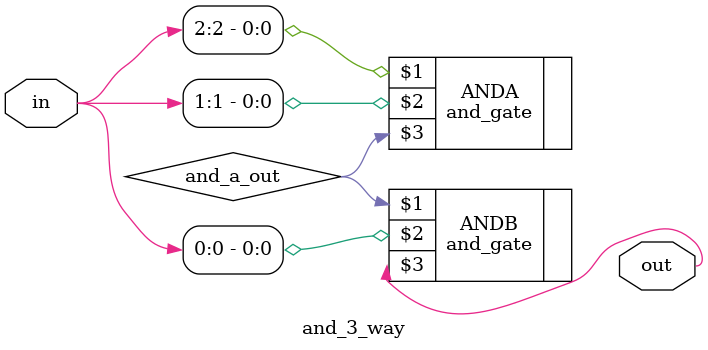
<source format=v>
module and_3_way (input [2:0] in,
                  output out);
    wire and_a_out;
    and_gate ANDA (in[2], in[1], and_a_out);
    and_gate ANDB (and_a_out, in[0], out);
endmodule

</source>
